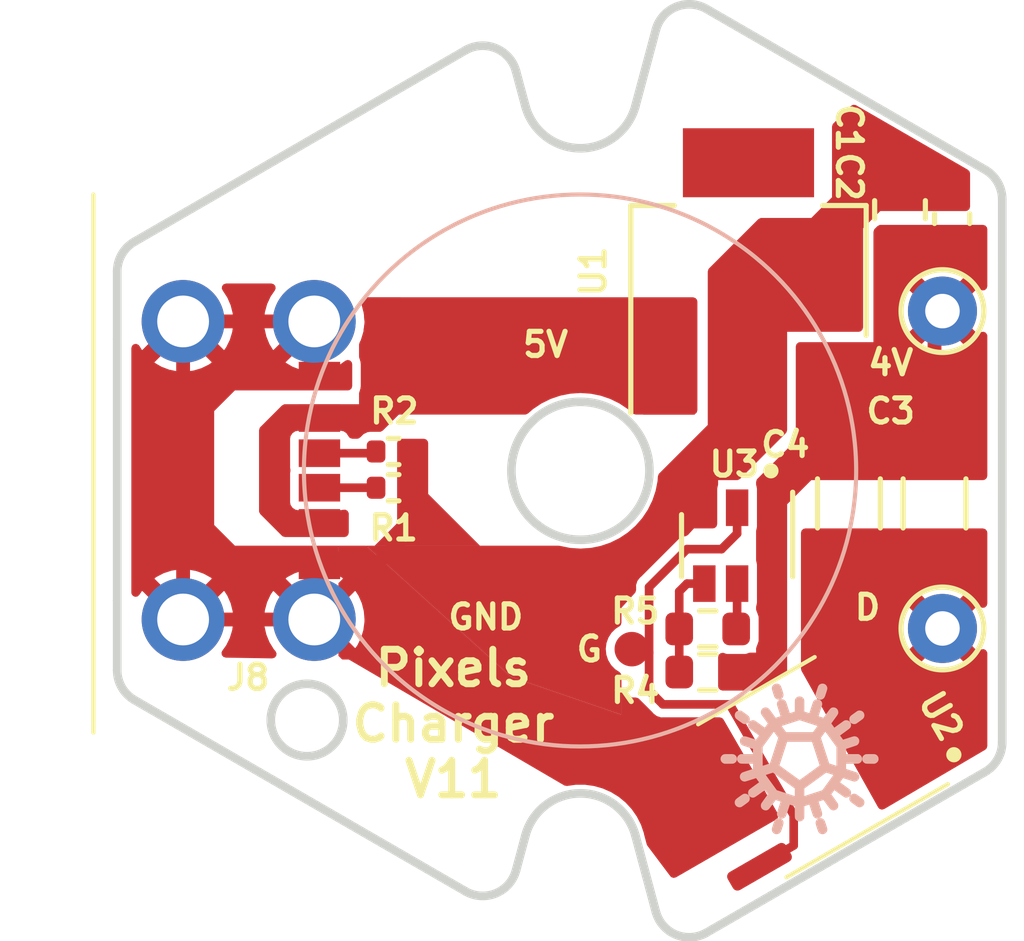
<source format=kicad_pcb>
(kicad_pcb (version 20211014) (generator pcbnew)
  (layers (0 "F.Cu" signal) (31 "B.Cu" signal) (34 "B.Paste" user) (35 "F.Paste" user) (36 "B.SilkS" user "B.Silkscreen") (37 "F.SilkS" user "F.Silkscreen") (38 "B.Mask" user) (39 "F.Mask" user) (44 "Edge.Cuts" user))
  (net 0 "")
  (net 1 "GND")
  (net 2 "VBUS")
  (net 3 "Net-(C3-Pad1)")
  (net 4 "Net-(R4-Pad1)")
  (net 5 "Net-(R5-Pad2)")
  (net 6 "Net-(U2-Pad8)")
  (net 7 "Net-(J8-PadA5)")
  (net 8 "Net-(J8-PadB5)")
  (net 9 "+4V")
  (footprint "Pixels-dice:USB-C-SMD_10P-P1.00-L6.8-W8.9" (layer "F.Cu") (at 140.3 101.52 180)
    (fp_text reference "J8" (at 0.02 -6) (layer "F.SilkS") (effects (font (size 0.7 0.7))))
    (fp_text value "USB_C_Receptacle_USB2.0")
    (pad "A5" smd rect (at -2.05 0.5 270) (size 0.8 1.2) (layers "F.Cu" "F.Paste" "F.Mask") (net 7 "Net-(J8-PadA5)"))
    (pad "A9" smd rect (at -2.05 -1.52 270) (size 0.8 1.2) (layers "F.Cu" "F.Paste" "F.Mask") (net 2 "VBUS"))
    (pad "A12" smd rect (at -2.05 -2.75 270) (size 0.8 1.2) (layers "F.Cu" "F.Paste" "F.Mask") (net 1 "GND"))
    (pad "B5" smd rect (at -2.05 -0.5 270) (size 0.8 1.2) (layers "F.Cu" "F.Paste" "F.Mask") (net 8 "Net-(J8-PadB5)"))
    (pad "B9" smd rect (at -2.05 1.52 270) (size 0.8 1.2) (layers "F.Cu" "F.Paste" "F.Mask") (net 2 "VBUS"))
    (pad "B12" smd rect (at -2.05 2.75 270) (size 0.8 1.2) (layers "F.Cu" "F.Paste" "F.Mask") (net 1 "GND"))
    (pad "S1" thru_hole circle (at -1.9 4.32 270) (size 2.4 2.4) (drill 1.5) (layers *.Cu *.Mask) (net 1 "GND"))
    (pad "S1" thru_hole circle (at 1.9 4.32 270) (size 2.4 2.4) (drill 1.5) (layers *.Cu *.Mask) (net 1 "GND"))
    (pad "S1" thru_hole circle (at 1.9 -4.32 270) (size 2.4 2.4) (drill 1.5) (layers *.Cu *.Mask) (net 1 "GND"))
    (pad "S1" thru_hole circle (at -1.9 -4.32 270) (size 2.4 2.4) (drill 1.5) (layers *.Cu *.Mask) (net 1 "GND"))
  )
  (footprint "Resistor_SMD:R_0402_1005Metric" (layer "F.Cu") (at 144.5 100.97 180)
    (fp_text reference "R2" (at -0.02 1.17 unlocked) (layer "F.SilkS") (effects (font (size 0.7 0.7))))
    (fp_text value "5.1k 1%")
    (pad "1" smd roundrect locked (at -0.51 0 180) (size 0.54 0.64) (layers "F.Cu" "F.Paste" "F.Mask") (net 1 "GND"))
    (pad "2" smd roundrect locked (at 0.51 0 180) (size 0.54 0.64) (layers "F.Cu" "F.Paste" "F.Mask") (net 7 "Net-(J8-PadA5)"))
  )
  (footprint "TestPoint:TestPoint_THTPad_D2.0mm_Drill1.0mm" (layer "F.Cu") (at 160.4 96.9)
    (fp_text reference "J6" hide)
    (fp_text value "Coil B")
    (pad "1" thru_hole circle locked (at 0 0) (size 2 2) (drill 1) (layers *.Cu *.Mask) (net 9 "+4V"))
  )
  (footprint "TestPoint:TestPoint_THTPad_D2.0mm_Drill1.0mm" (layer "F.Cu") (at 160.4 106.1)
    (fp_text reference "J9" hide)
    (fp_text value "Coil A")
    (pad "1" thru_hole circle locked (at 0 0) (size 2 2) (drill 1) (layers *.Cu *.Mask) (net 3 "Net-(C3-Pad1)"))
  )
  (footprint "Capacitor_SMD:C_1206_3216Metric" (layer "F.Cu") (at 157.69 102.475 90)
    (fp_text reference "C4" (at 1.705 -1.84) (layer "F.SilkS") (effects (font (size 0.7 0.7))))
    (fp_text value "100nF 50V NP0")
    (pad "1" smd roundrect (at -1.475 0 90) (size 1.15 1.8) (layers "F.Cu" "F.Paste" "F.Mask") (roundrect_rratio 0.2173913043) (net 3 "Net-(C3-Pad1)"))
    (pad "2" smd roundrect (at 1.475 0 90) (size 1.15 1.8) (layers "F.Cu" "F.Paste" "F.Mask") (roundrect_rratio 0.2173913043) (net 9 "+4V"))
  )
  (footprint "Capacitor_SMD:C_1206_3216Metric" (layer "F.Cu") (at 160.17 102.475 90)
    (fp_text reference "C3" (at 2.675 -1.27) (layer "F.SilkS") (effects (font (size 0.7 0.7))))
    (fp_text value "100nF 50V NP0")
    (pad "1" smd roundrect (at -1.475 0 90) (size 1.15 1.8) (layers "F.Cu" "F.Paste" "F.Mask") (roundrect_rratio 0.2173913043) (net 3 "Net-(C3-Pad1)"))
    (pad "2" smd roundrect (at 1.475 0 90) (size 1.15 1.8) (layers "F.Cu" "F.Paste" "F.Mask") (roundrect_rratio 0.2173913043) (net 9 "+4V"))
  )
  (footprint "Capacitor_SMD:C_0603_1608Metric" (layer "F.Cu") (at 160.68 94.22 90)
    (fp_text reference "C1" (at 2.62 -2.98 -90 unlocked) (layer "F.SilkS") (effects (font (size 0.7 0.7))))
    (fp_text value "0.1uF 16V")
    (pad "1" smd roundrect (at -0.775 0 90) (size 0.9 0.95) (layers "F.Cu" "F.Paste" "F.Mask") (net 9 "+4V"))
    (pad "2" smd roundrect (at 0.775 0 90) (size 0.9 0.95) (layers "F.Cu" "F.Paste" "F.Mask") (net 1 "GND"))
  )
  (footprint "Capacitor_SMD:C_0805_2012Metric" (layer "F.Cu") (at 159.17 93.96 90)
    (fp_text reference "C2" (at 0.96 -1.47 -90 unlocked) (layer "F.SilkS") (effects (font (size 0.7 0.7))))
    (fp_text value "10uF 16V")
    (pad "1" smd roundrect locked (at -0.95 0 90) (size 1 1.45) (layers "F.Cu" "F.Paste" "F.Mask") (net 9 "+4V"))
    (pad "2" smd roundrect locked (at 0.95 0 90) (size 1 1.45) (layers "F.Cu" "F.Paste" "F.Mask") (net 1 "GND"))
  )
  (footprint "Resistor_SMD:R_0603_1608Metric" (layer "F.Cu") (at 153.6 107.363316)
    (fp_text reference "R4" (at -2.1 0.536684 unlocked) (layer "F.SilkS") (effects (font (size 0.7 0.7))))
    (fp_text value "200k 1%")
    (pad "1" smd roundrect (at -0.825 0) (size 0.8 0.95) (layers "F.Cu" "F.Paste" "F.Mask") (net 4 "Net-(R4-Pad1)"))
    (pad "2" smd roundrect (at 0.825 0) (size 0.8 0.95) (layers "F.Cu" "F.Paste" "F.Mask") (net 9 "+4V"))
  )
  (footprint "Resistor_SMD:R_0603_1608Metric" (layer "F.Cu") (at 153.598449 106.113316)
    (fp_text reference "R5" (at -2.098449 -0.513316 unlocked) (layer "F.SilkS") (effects (font (size 0.7 0.7))))
    (fp_text value "84.5k 1%")
    (pad "1" smd roundrect (at -0.825 0) (size 0.8 0.95) (layers "F.Cu" "F.Paste" "F.Mask") (net 4 "Net-(R4-Pad1)"))
    (pad "2" smd roundrect (at 0.825 0) (size 0.8 0.95) (layers "F.Cu" "F.Paste" "F.Mask") (net 5 "Net-(R5-Pad2)"))
  )
  (footprint "Pixels-dice:SOIC-8_3.9x4.9mm_P1.27mm" (layer "F.Cu") (at 156.29 110.12 120)
    (fp_text reference "U2" (at -0.753282 4.264723 120) (layer "F.SilkS") (effects (font (size 0.7 0.7))))
    (fp_text value "XKT335")
    (pad "1" smd roundrect (at -1.905 2.475 210) (size 1.95 0.6) (layers "F.Cu" "F.Paste" "F.Mask") (net 3 "Net-(C3-Pad1)"))
    (pad "2" smd roundrect (at -0.635 2.475 210) (size 1.95 0.6) (layers "F.Cu" "F.Paste" "F.Mask") (net 3 "Net-(C3-Pad1)"))
    (pad "3" smd roundrect (at 0.635 2.475 210) (size 1.95 0.6) (layers "F.Cu" "F.Paste" "F.Mask") (net 3 "Net-(C3-Pad1)"))
    (pad "4" smd roundrect (at 1.905 2.475 210) (size 1.95 0.6) (layers "F.Cu" "F.Paste" "F.Mask") (net 3 "Net-(C3-Pad1)"))
    (pad "5" smd roundrect (at 1.905 -2.475 210) (size 1.95 0.6) (layers "F.Cu" "F.Paste" "F.Mask") (net 1 "GND"))
    (pad "6" smd roundrect (at 0.635 -2.475 210) (size 1.95 0.6) (layers "F.Cu" "F.Paste" "F.Mask") (net 1 "GND"))
    (pad "7" smd roundrect (at -0.635 -2.475 210) (size 1.95 0.6) (layers "F.Cu" "F.Paste" "F.Mask") (net 1 "GND"))
    (pad "8" smd roundrect (at -1.905 -2.475 210) (size 1.95 0.6) (layers "F.Cu" "F.Paste" "F.Mask") (net 6 "Net-(U2-Pad8)"))
  )
  (footprint "Package_TO_SOT_SMD:SOT-23-6" (layer "F.Cu") (at 154.45 103.7 -90)
    (fp_text reference "U3" (at -2.36 0.08 unlocked) (layer "F.SilkS") (effects (font (size 0.7 0.7))))
    (fp_text value "XKT001")
    (pad "1" smd rect locked (at -1.1 -0.95 270) (size 1.06 0.65) (layers "F.Cu" "F.Paste" "F.Mask") (net 9 "+4V"))
    (pad "2" smd rect locked (at -1.1 0 270) (size 1.06 0.65) (layers "F.Cu" "F.Paste" "F.Mask") (net 6 "Net-(U2-Pad8)"))
    (pad "3" smd rect locked (at -1.1 0.95 270) (size 1.06 0.65) (layers "F.Cu" "F.Paste" "F.Mask") (net 1 "GND"))
    (pad "4" smd rect locked (at 1.1 0.95 270) (size 1.06 0.65) (layers "F.Cu" "F.Paste" "F.Mask") (net 4 "Net-(R4-Pad1)"))
    (pad "5" smd rect locked (at 1.1 0 270) (size 1.06 0.65) (layers "F.Cu" "F.Paste" "F.Mask") (net 5 "Net-(R5-Pad2)"))
    (pad "6" smd rect locked (at 1.1 -0.95 270) (size 1.06 0.65) (layers "F.Cu" "F.Paste" "F.Mask") (net 9 "+4V"))
  )
  (footprint "Resistor_SMD:R_0402_1005Metric" (layer "F.Cu") (at 144.5 102.02 180)
    (fp_text reference "R1" (at 0 -1.17 unlocked) (layer "F.SilkS") (effects (font (size 0.7 0.7))))
    (fp_text value "5.1k 1%")
    (pad "1" smd roundrect locked (at -0.51 0 180) (size 0.54 0.64) (layers "F.Cu" "F.Paste" "F.Mask") (net 1 "GND"))
    (pad "2" smd roundrect locked (at 0.51 0 180) (size 0.54 0.64) (layers "F.Cu" "F.Paste" "F.Mask") (net 8 "Net-(J8-PadB5)"))
  )
  (footprint "Pixels-dice:TEST_PIN" (layer "F.Cu") (at 157.05 105.5)
    (fp_text reference "W3" hide)
    (fp_text value "D" (at 1.18 -0.01 unlocked) (layer "F.SilkS") (effects (font (size 0.7 0.7))))
    (pad "1" smd circle locked (at 0 0) (size 1 1) (layers "F.Cu" "F.Mask") (net 3 "Net-(C3-Pad1)"))
  )
  (footprint "Pixels-dice:TEST_PIN" (layer "F.Cu") (at 144.95 105.75)
    (fp_text reference "W5" hide)
    (fp_text value "GND" (at 2.22 0.02 unlocked) (layer "F.SilkS") (effects (font (size 0.7 0.7))))
    (pad "1" smd circle locked (at 0 0) (size 1 1) (layers "F.Cu" "F.Mask") (net 1 "GND"))
  )
  (footprint "Package_TO_SOT_SMD:SOT-223" (layer "F.Cu") (at 154.78 95.75 90)
    (fp_text reference "U1" (at 0 -4.5 90 unlocked) (layer "F.SilkS") (effects (font (size 0.7 0.7))))
    (fp_text value "H7650")
    (pad "1" smd rect (at -3.15 -2.3 90) (size 2 1.5) (layers "F.Cu" "F.Paste" "F.Mask") (net 2 "VBUS"))
    (pad "2" smd rect (at -3.15 0 90) (size 2 1.5) (layers "F.Cu" "F.Paste" "F.Mask") (net 1 "GND"))
    (pad "3" smd rect (at -3.15 2.3 90) (size 2 1.5) (layers "F.Cu" "F.Paste" "F.Mask") (net 9 "+4V"))
    (pad "4" smd rect (at 3.15 0 90) (size 2 3.8) (layers "F.Cu" "F.Paste" "F.Mask"))
  )
  (footprint "Pixels-dice:TEST_PIN" (layer "F.Cu") (at 150.5 97.9)
    (fp_text reference "W1" hide)
    (fp_text value "5V" (at -1.6 -0.03 unlocked) (layer "F.SilkS") (effects (font (size 0.7 0.7))))
    (pad "1" smd circle locked (at 0 0) (size 1 1) (layers "F.Cu" "F.Mask") (net 2 "VBUS"))
  )
  (footprint "Pixels-dice:TEST_PIN" (layer "F.Cu") (at 160.2 99.1)
    (fp_text reference "W7" hide)
    (fp_text value "4V" (at -1.3 -0.7 unlocked) (layer "F.SilkS") (effects (font (size 0.7 0.7))))
    (pad "1" smd circle locked (at 0 0) (size 1 1) (layers "F.Cu" "F.Mask") (net 9 "+4V"))
  )
  (footprint "Pixels-dice:TEST_PIN" (layer "F.Cu") (at 151.4 106.7)
    (fp_text reference "W2" hide)
    (fp_text value "G" (at -1.23 0 unlocked) (layer "F.SilkS") (effects (font (size 0.7 0.7))))
    (pad "1" smd circle locked (at 0 0) (size 1 1) (layers "F.Cu" "F.Mask") (net 6 "Net-(U2-Pad8)"))
  )
  (footprint "LOGO" (layer "B.Cu") (at 156.26 109.88 180)
    (fp_text reference "G***" hide)
    (fp_text value "LOGO" hide)
  )
  (gr_circle (center 149.9 101.52) (end 157.9 101.52) (layer "B.SilkS") (width 0.12) (fill none))
  (gr_circle (center 160.73 109.76) (end 160.890312 109.76) (layer "F.SilkS") (width 0.12) (fill solid))
  (gr_circle (center 155.43 101.53) (end 155.590312 101.53) (layer "F.SilkS") (width 0.12) (fill solid))
  (gr_circle (center 141.99 108.754598) (end 140.94 108.754598) (layer "Edge.Cuts") (width 0.25) (fill none))
  (gr_line (start 151.504392 90.957052) (end 152.096148 88.748588) (layer "Edge.Cuts") (width 0.25))
  (gr_arc (start 161.631561 92.800302) (mid 161.997601 93.166353) (end 162.131561 93.666386) (layer "Edge.Cuts") (width 0.25))
  (gr_arc (start 152.096148 88.748588) (mid 152.67939 88.083527) (end 153.562074 88.141381) (layer "Edge.Cuts") (width 0.25))
  (gr_line (start 136.49 95.755444) (end 136.49 97.720098) (layer "Edge.Cuts") (width 0.25))
  (gr_line (start 153.562074 114.918619) (end 161.630638 110.260231) (layer "Edge.Cuts") (width 0.25))
  (gr_arc (start 153.562074 114.918619) (mid 152.67939 114.976473) (end 152.096148 114.311412) (layer "Edge.Cuts") (width 0.25))
  (gr_arc (start 136.989423 108.17336) (mid 136.623808 107.80738) (end 136.49 107.307668) (layer "Edge.Cuts") (width 0.25))
  (gr_circle (center 149.910614 101.53) (end 147.910614 101.53) (layer "Edge.Cuts") (width 0.25) (fill none))
  (gr_line (start 146.57931 113.718605) (end 136.989423 108.17336) (layer "Edge.Cuts") (width 0.25))
  (gr_arc (start 146.578753 89.3414) (mid 147.461382 89.282721) (end 148.045245 89.947237) (layer "Edge.Cuts") (width 0.25))
  (gr_line (start 151.504392 112.102949) (end 152.096148 114.311412) (layer "Edge.Cuts") (width 0.25))
  (gr_arc (start 148.04564 113.112375) (mid 147.461955 113.777047) (end 146.57931 113.718605) (layer "Edge.Cuts") (width 0.25))
  (gr_line (start 136.49 97.720098) (end 136.49 105.289902) (layer "Edge.Cuts") (width 0.25))
  (gr_line (start 136.989191 94.889886) (end 146.578753 89.3414) (layer "Edge.Cuts") (width 0.25))
  (gr_line (start 136.49 105.289902) (end 136.49 107.307668) (layer "Edge.Cuts") (width 0.25))
  (gr_line (start 148.317236 90.958541) (end 148.045245 89.947237) (layer "Edge.Cuts") (width 0.25))
  (gr_arc (start 162.130638 109.394265) (mid 161.996648 109.894231) (end 161.630638 110.260231) (layer "Edge.Cuts") (width 0.25))
  (gr_arc (start 136.49 95.755444) (mid 136.623741 95.255849) (end 136.989191 94.889886) (layer "Edge.Cuts") (width 0.25))
  (gr_line (start 161.631561 92.800302) (end 153.562074 88.141381) (layer "Edge.Cuts") (width 0.25))
  (gr_arc (start 151.504392 90.957052) (mid 149.911385 92.180001) (end 148.317236 90.958541) (layer "Edge.Cuts") (width 0.25))
  (gr_line (start 148.317121 112.101887) (end 148.04564 113.112375) (layer "Edge.Cuts") (width 0.25))
  (gr_arc (start 148.317121 112.101887) (mid 149.911164 110.88) (end 151.504392 112.102949) (layer "Edge.Cuts") (width 0.25))
  (gr_line (start 162.131561 93.666386) (end 162.130638 109.394265) (layer "Edge.Cuts") (width 0.25))
  (gr_text "Pixels\nCharger\nV11" (at 146.23 108.86) (layer "F.SilkS") (effects (font (size 1 1) (thickness 0.2))))
  (segment (start 142.35 104.27) (end 143.98 104.27) (width 0.4) (layer "F.Cu") (net 1))
  (segment (start 142.2 97.2) (end 138.4 97.2) (width 0.4) (layer "F.Cu") (net 1))
  (segment (start 142.35 104.27) (end 142.35 105.69) (width 0.4) (layer "F.Cu") (net 1))
  (segment (start 145.01 103.24) (end 145.01 102.02) (width 0.4) (layer "F.Cu") (net 1))
  (segment (start 143.98 104.27) (end 145.01 103.24) (width 0.4) (layer "F.Cu") (net 1))
  (segment (start 138.4 105.84) (end 138.4 97.2) (width 0.4) (layer "F.Cu") (net 1))
  (segment (start 145.01 100.97) (end 145.01 102.02) (width 0.4) (layer "F.Cu") (net 1))
  (segment (start 142.2 105.84) (end 138.4 105.84) (width 0.4) (layer "F.Cu") (net 1))
  (segment (start 142.2 98.62) (end 142.2 97.2) (width 0.4) (layer "F.Cu") (net 1))
  (segment (start 142.35 100) (end 141.42 100) (width 0.4) (layer "F.Cu") (net 2))
  (segment (start 141.42 100) (end 140.9 100.52) (width 0.4) (layer "F.Cu") (net 2))
  (segment (start 140.9 100.52) (end 140.9 102.52) (width 0.4) (layer "F.Cu") (net 2))
  (segment (start 140.9 102.52) (end 141.42 103.04) (width 0.4) (layer "F.Cu") (net 2))
  (segment (start 141.42 103.04) (end 142.35 103.04) (width 0.4) (layer "F.Cu") (net 2))
  (segment (start 157.69 103.95) (end 160.17 103.95) (width 0.4) (layer "F.Cu") (net 3))
  (segment (start 153 104.8) (end 152.773449 105.026551) (width 0.25) (layer "F.Cu") (net 4))
  (segment (start 152.773449 106.113316) (end 152.773449 107.361765) (width 0.25) (layer "F.Cu") (net 4))
  (segment (start 153.5 104.8) (end 153 104.8) (width 0.25) (layer "F.Cu") (net 4))
  (segment (start 152.773449 107.361765) (end 152.775 107.363316) (width 0.25) (layer "F.Cu") (net 4))
  (segment (start 152.773449 105.026551) (end 152.773449 106.113316) (width 0.25) (layer "F.Cu") (net 4))
  (segment (start 154.45 104.8) (end 154.45 106.086765) (width 0.25) (layer "F.Cu") (net 5))
  (segment (start 154.45 106.086765) (end 154.423449 106.113316) (width 0.25) (layer "F.Cu") (net 5))
  (segment (start 154.45 103.35) (end 154 103.8) (width 0.25) (layer "F.Cu") (net 6))
  (segment (start 154 103.8) (end 153 103.8) (width 0.25) (layer "F.Cu") (net 6))
  (segment (start 154.992666 113.024264) (end 156.09 112.390717) (width 0.25) (layer "F.Cu") (net 6))
  (segment (start 156.09 112.390717) (end 156.09 111.51) (width 0.25) (layer "F.Cu") (net 6))
  (segment (start 151.9 106.8) (end 151.9 107.9) (width 0.25) (layer "F.Cu") (net 6))
  (segment (start 154.45 102.6) (end 154.45 103.35) (width 0.25) (layer "F.Cu") (net 6))
  (segment (start 151.9 104.9) (end 151.9 106.8) (width 0.25) (layer "F.Cu") (net 6))
  (segment (start 156.09 111.51) (end 154.236705 108.3) (width 0.25) (layer "F.Cu") (net 6))
  (segment (start 152.3 108.3) (end 154.236705 108.3) (width 0.25) (layer "F.Cu") (net 6))
  (segment (start 151.4 106.7) (end 151.8 106.7) (width 0.25) (layer "F.Cu") (net 6))
  (segment (start 153 103.8) (end 151.9 104.9) (width 0.25) (layer "F.Cu") (net 6))
  (segment (start 151.9 107.9) (end 152.3 108.3) (width 0.25) (layer "F.Cu") (net 6))
  (segment (start 151.8 106.7) (end 151.9 106.8) (width 0.25) (layer "F.Cu") (net 6))
  (segment (start 142.35 101.02) (end 143.94 101.02) (width 0.25) (layer "F.Cu") (net 7))
  (segment (start 142.35 102.02) (end 143.99 102.02) (width 0.25) (layer "F.Cu") (net 8))
  (segment (start 160.17 97.49) (end 160.17 101) (width 0.4) (layer "F.Cu") (net 9))
  (segment (start 157.69 101) (end 160.17 101) (width 0.4) (layer "F.Cu") (net 9))
  (zone (net 1) (net_name "GND") (layer "F.Cu") (priority 1) (connect_pads thru_hole_only (clearance 0.25)) (min_thickness 0.254) (fill yes (thermal_gap 0.25) (thermal_bridge_width 0.5))
    (polygon (pts (xy 155.9 100.4) (xy 154.5 101.8) (xy 153.9 101.8) (xy 153.9 103.2) (xy 153.2 103.2) (xy 151.1 105.5) (xy 151.1 108.6) (xy 147.9 107.5) (xy 143.7 103.7) (xy 150.1 103.7) (xy 151.1 103.1) (xy 151.8 102) (xy 153.6 100.2) (xy 153.6 95.7) (xy 155.1 94.2) (xy 156.6 94.2) (xy 157.2 93.6) (xy 157.2 91.5) (xy 157.9 90.8) (xy 161.2 92.7) (xy 161.2 94) (xy 158.6 94) (xy 158.1 94.5) (xy 158.1 97.5) (xy 155.9 97.5)))
  )
  (zone (net 9) (net_name "+4V") (layer "F.Cu") (connect_pads thru_hole_only (clearance 0.25)) (min_thickness 0.254) (fill yes (thermal_gap 0.25) (thermal_bridge_width 0.5))
    (polygon (pts (xy 161.7 101.8) (xy 156.6 101.8) (xy 155.9 102.5) (xy 155.9 107.4) (xy 155 107.9) (xy 153.9 107.9) (xy 153.9 106.8) (xy 155 106.8) (xy 155 101.8) (xy 156.1 100.7) (xy 156.1 97.8) (xy 158.4 97.8) (xy 158.4 94.4) (xy 161.7 94.4)))
  )
  (zone (net 2) (net_name "VBUS") (layer "F.Cu") (connect_pads yes (clearance 0.25)) (min_thickness 0.254) (fill yes (thermal_gap 0.25) (thermal_bridge_width 0.5))
    (polygon (pts (xy 144.7 96.5) (xy 144.7 99.85) (xy 143.95 100.6) (xy 143.2 100.6) (xy 143.2 103.45) (xy 141.3 103.45) (xy 140.6 102.75) (xy 140.6 100.3) (xy 141.3 99.6) (xy 143.5 99.6) (xy 143.5 96.5)))
  )
  (zone (net 2) (net_name "VBUS") (layer "F.Cu") (connect_pads thru_hole_only (clearance 0.25)) (min_thickness 0.254) (fill yes (thermal_gap 0.25) (thermal_bridge_width 0.5))
    (polygon (pts (xy 153.3 99.9) (xy 143.5 99.9) (xy 143.5 96.5) (xy 153.3 96.5)))
  )
  (zone (net 1) (net_name "GND") (layer "F.Cu") (priority 1) (connect_pads thru_hole_only (clearance 0.25)) (min_thickness 0.254) (fill yes (thermal_gap 0.25) (thermal_bridge_width 0.5))
    (polygon (pts (xy 143.3 96.1) (xy 143.3 99.2) (xy 139.9 99.2) (xy 139.3 99.8) (xy 139.3 103.1) (xy 139.9 103.7) (xy 140.4 103.7) (xy 141.3 103.7) (xy 142.9 103.7) (xy 142.9 107) (xy 136.9 106.9) (xy 136.9 96.1)))
  )
  (zone (net 3) (net_name "Net-(C3-Pad1)") (layer "F.Cu") (connect_pads thru_hole_only (clearance 0.25)) (min_thickness 0.254) (fill yes (thermal_gap 0.25) (thermal_bridge_width 0.5))
    (polygon (pts (xy 161.7 109.58) (xy 158.6 111.4) (xy 156.3 107.3) (xy 156.3 103.2) (xy 161.7 103.2)))
  )
  (zone (net 1) (net_name "GND") (layer "F.Cu") (connect_pads thru_hole_only (clearance 0.25)) (min_thickness 0.254) (fill yes (thermal_gap 0.25) (thermal_bridge_width 0.5))
    (polygon (pts (xy 145.5 102.2) (xy 147.08 103.78) (xy 143.85 103.8) (xy 144.6 103.05) (xy 144.6 100.6) (xy 145.5 100.6)))
  )
  (zone (net 1) (net_name "GND") (layer "F.Cu") (connect_pads thru_hole_only (clearance 0.25)) (min_thickness 0.254) (fill yes (thermal_gap 0.25) (thermal_bridge_width 0.5))
    (polygon (pts (xy 151.4 108.1) (xy 153.7 108.1) (xy 155.7 111.570591) (xy 152.582355 113.370591) (xy 150.8 111) (xy 149.7 110.8) (xy 143.2 107) (xy 141.4 107) (xy 141.4 103.7) (xy 147 103.7)))
  )
)
</source>
